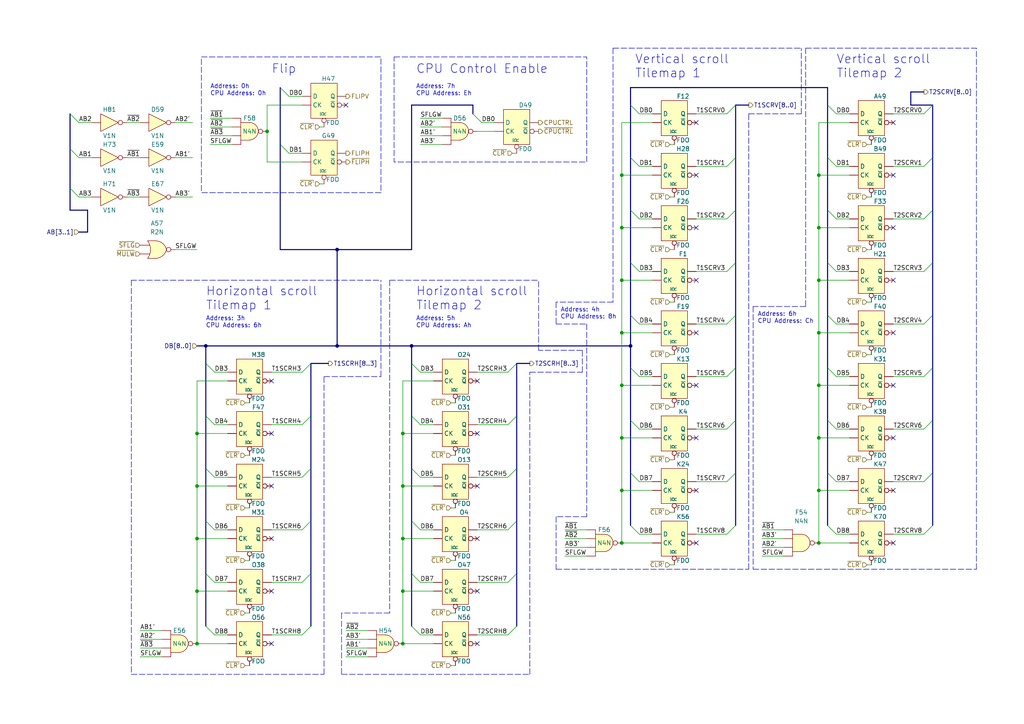
<source format=kicad_sch>
(kicad_sch (version 20231120) (generator "eeschema") (generator_version "8.0")
  (paper "A4")
  (title_block (title "Konami 007779") (date "2023-09-17"))
  (lib_symbols
    (symbol "ga_fujitsu_av:FDO"
      (property "Reference" "U" (at 2.54 6.35 0))
      (property "Value" "FDO" (at 2.54 -6.35 0))
      (symbol "FDO_1_1"
        (rectangle (start -3.81 5.08) (end 3.81 -5.08) (fill (type background)))
        (pin input line (at -6.35 -1.27 0) (length 2.54) (name "CK") (number ""))
        (pin input line (at -6.35 1.27 0) (length 2.54) (name "D") (number ""))
        (pin output line (at 6.35 1.27 180) (length 2.54) (name "Q") (number ""))
        (pin output inverted (at 6.35 -1.27 180) (length 2.54) (name "~{Q}") (number ""))
        (pin input inverted (at 0 -7.62 90) (length 2.54) (name "~{R}") (number ""))
      )
    )
    (symbol "ga_fujitsu_av:N4N"
      (property "Reference" "U" (at 1.27 3.81 0))
      (property "Value" "N4N" (at 1.27 0 0))
      (symbol "N4N_0_1"
        (polyline (pts (xy -1.27 -2.54) (xy -1.27 -3.81)))
        (polyline (pts (xy -1.27 2.54) (xy -1.27 3.81)))
      )
      (symbol "N4N_1_1"
        (polyline (pts (xy 1.27 2.54) (xy -1.27 2.54) (xy -1.27 -2.54) (xy 1.27 -2.54)) (fill (type background)))
        (arc (start 1.27 -2.54) (mid 2.9963 -1.7263) (end 3.81 0) (fill (type background)))
        (arc (start 3.81 0) (mid 3.0661 1.7961) (end 1.27 2.54) (fill (type background)))
        (pin input line (at -3.81 -3.81 0) (length 2.54) (name "") (number ""))
        (pin input line (at -3.81 -1.27 0) (length 2.54) (name "") (number ""))
        (pin input line (at -3.81 1.27 0) (length 2.54) (name "") (number ""))
        (pin input line (at -3.81 3.81 0) (length 2.54) (name "") (number ""))
        (pin output inverted (at 6.35 0 180) (length 2.54) (name "") (number ""))
      )
    )
    (symbol "ga_fujitsu_av:R2N"
      (property "Reference" "U" (at 0 3.81 0))
      (property "Value" "R2N" (at 0 0 0))
      (symbol "R2N_1_1"
        (arc (start -2.9127 -2.5398) (mid -2.0762 0.0001) (end -2.9129 2.54))
        (arc (start -0.635 -2.54) (mid 1.3992 -1.8283) (end 2.54 0) (fill (type background)))
        (polyline (pts (xy -0.635 -2.54) (xy -2.921 -2.54)) (fill (type outline)))
        (polyline (pts (xy -0.635 2.54) (xy -2.921 2.54)) (fill (type background)))
        (polyline (pts (xy -0.635 2.54) (xy -2.921 2.54) (xy -2.54 1.905) (xy -2.286 1.27) (xy -2.159 0.762) (xy -2.1082 0.4572) (xy -2.0828 0.1778) (xy -2.0828 -0.127) (xy -2.1336 -0.6604) (xy -2.2098 -1.016) (xy -2.3114 -1.3716) (xy -2.4384 -1.6764) (xy -2.6162 -2.0574) (xy -2.794 -2.3368) (xy -2.921 -2.54) (xy -0.635 -2.54)) (stroke (width -0.0001)) (fill (type background)))
        (arc (start 2.54 0) (mid 1.3994 1.8287) (end -0.635 2.54) (fill (type background)))
        (pin input line (at -5.08 -1.27 0) (length 2.794) (name "") (number ""))
        (pin input line (at -5.08 1.27 0) (length 2.794) (name "") (number ""))
        (pin output inverted (at 5.08 0 180) (length 2.54) (name "") (number ""))
      )
    )
    (symbol "ga_fujitsu_av:V1N"
      (property "Reference" "U" (at 0 2.54 0))
      (property "Value" "V1N" (at 0 -3.81 0))
      (symbol "V1N_1_1"
        (polyline (pts (xy -2.54 2.54) (xy -2.54 -2.54) (xy 2.54 0) (xy -2.54 2.54)) (fill (type background)))
        (pin input line (at -5.08 0 0) (length 2.54) (name "") (number ""))
        (pin output inverted (at 5.08 0 180) (length 2.54) (name "") (number ""))
      )
    )
  )
  (junction (at 57.15 171.45))
  (junction (at 237.49 142.24))
  (junction (at 116.84 171.45))
  (junction (at 59.69 100.33))
  (junction (at 97.79 72.39))
  (junction (at 97.79 100.33))
  (junction (at 237.49 66.04))
  (junction (at 57.15 156.21))
  (junction (at 182.88 100.33))
  (junction (at 180.34 66.04))
  (junction (at 57.15 125.73))
  (junction (at 116.84 186.69))
  (junction (at 237.49 157.48))
  (junction (at 180.34 96.52))
  (junction (at 57.15 140.97))
  (junction (at 180.34 111.76))
  (junction (at 237.49 96.52))
  (junction (at 57.15 186.69))
  (junction (at 77.47 38.1))
  (junction (at 180.34 157.48))
  (junction (at 237.49 127))
  (junction (at 180.34 81.28))
  (junction (at 119.38 100.33))
  (junction (at 116.84 156.21))
  (junction (at 237.49 111.76))
  (junction (at 180.34 127))
  (junction (at 180.34 142.24))
  (junction (at 180.34 50.8))
  (junction (at 237.49 81.28))
  (junction (at 116.84 140.97))
  (junction (at 116.84 125.73))
  (junction (at 237.49 50.8))
  (no_connect (at 138.43 186.69))
  (no_connect (at 201.93 35.56))
  (no_connect (at 78.74 110.49))
  (no_connect (at 138.43 110.49))
  (no_connect (at 259.08 111.76))
  (no_connect (at 259.08 50.8))
  (no_connect (at 138.43 140.97))
  (no_connect (at 201.93 96.52))
  (no_connect (at 259.08 127))
  (no_connect (at 78.74 156.21))
  (no_connect (at 259.08 35.56))
  (no_connect (at 201.93 111.76))
  (no_connect (at 138.43 125.73))
  (no_connect (at 259.08 66.04))
  (no_connect (at 259.08 142.24))
  (no_connect (at 201.93 81.28))
  (no_connect (at 259.08 96.52))
  (no_connect (at 259.08 157.48))
  (no_connect (at 201.93 157.48))
  (no_connect (at 138.43 171.45))
  (no_connect (at 78.74 171.45))
  (no_connect (at 78.74 140.97))
  (no_connect (at 100.33 30.48))
  (no_connect (at 201.93 142.24))
  (no_connect (at 201.93 50.8))
  (no_connect (at 201.93 66.04))
  (no_connect (at 259.08 81.28))
  (no_connect (at 78.74 186.69))
  (no_connect (at 138.43 156.21))
  (no_connect (at 78.74 125.73))
  (no_connect (at 201.93 127))
  (bus_entry (at 149.86 166.37) (size -2.54 2.54))
  (bus_entry (at 182.88 137.16) (size 2.54 2.54))
  (bus_entry (at 270.51 76.2) (size -2.54 2.54))
  (bus_entry (at 149.86 151.13) (size -2.54 2.54))
  (bus_entry (at 149.86 105.41) (size -2.54 2.54))
  (bus_entry (at 182.88 60.96) (size 2.54 2.54))
  (bus_entry (at 213.36 137.16) (size -2.54 2.54))
  (bus_entry (at 119.38 151.13) (size 2.54 2.54))
  (bus_entry (at 90.17 120.65) (size -2.54 2.54))
  (bus_entry (at 59.69 181.61) (size 2.54 2.54))
  (bus_entry (at 119.38 105.41) (size 2.54 2.54))
  (bus_entry (at 119.38 120.65) (size 2.54 2.54))
  (bus_entry (at 81.28 41.91) (size 2.54 2.54))
  (bus_entry (at 270.51 106.68) (size -2.54 2.54))
  (bus_entry (at 149.86 135.89) (size -2.54 2.54))
  (bus_entry (at 90.17 166.37) (size -2.54 2.54))
  (bus_entry (at 90.17 105.41) (size -2.54 2.54))
  (bus_entry (at 119.38 181.61) (size 2.54 2.54))
  (bus_entry (at 59.69 105.41) (size 2.54 2.54))
  (bus_entry (at 240.03 137.16) (size 2.54 2.54))
  (bus_entry (at 81.28 25.4) (size 2.54 2.54))
  (bus_entry (at 240.03 60.96) (size 2.54 2.54))
  (bus_entry (at 213.36 45.72) (size -2.54 2.54))
  (bus_entry (at 20.32 43.18) (size 2.54 2.54))
  (bus_entry (at 213.36 30.48) (size -2.54 2.54))
  (bus_entry (at 182.88 152.4) (size 2.54 2.54))
  (bus_entry (at 240.03 152.4) (size 2.54 2.54))
  (bus_entry (at 270.51 91.44) (size -2.54 2.54))
  (bus_entry (at 270.51 137.16) (size -2.54 2.54))
  (bus_entry (at 182.88 76.2) (size 2.54 2.54))
  (bus_entry (at 59.69 135.89) (size 2.54 2.54))
  (bus_entry (at 270.51 60.96) (size -2.54 2.54))
  (bus_entry (at 240.03 30.48) (size 2.54 2.54))
  (bus_entry (at 240.03 106.68) (size 2.54 2.54))
  (bus_entry (at 213.36 76.2) (size -2.54 2.54))
  (bus_entry (at 270.51 152.4) (size -2.54 2.54))
  (bus_entry (at 90.17 151.13) (size -2.54 2.54))
  (bus_entry (at 182.88 91.44) (size 2.54 2.54))
  (bus_entry (at 270.51 45.72) (size -2.54 2.54))
  (bus_entry (at 119.38 166.37) (size 2.54 2.54))
  (bus_entry (at 270.51 30.48) (size -2.54 2.54))
  (bus_entry (at 149.86 181.61) (size -2.54 2.54))
  (bus_entry (at 213.36 60.96) (size -2.54 2.54))
  (bus_entry (at 240.03 76.2) (size 2.54 2.54))
  (bus_entry (at 182.88 121.92) (size 2.54 2.54))
  (bus_entry (at 240.03 91.44) (size 2.54 2.54))
  (bus_entry (at 270.51 121.92) (size -2.54 2.54))
  (bus_entry (at 213.36 106.68) (size -2.54 2.54))
  (bus_entry (at 59.69 120.65) (size 2.54 2.54))
  (bus_entry (at 59.69 166.37) (size 2.54 2.54))
  (bus_entry (at 213.36 91.44) (size -2.54 2.54))
  (bus_entry (at 182.88 106.68) (size 2.54 2.54))
  (bus_entry (at 240.03 45.72) (size 2.54 2.54))
  (bus_entry (at 20.32 33.02) (size 2.54 2.54))
  (bus_entry (at 90.17 181.61) (size -2.54 2.54))
  (bus_entry (at 119.38 135.89) (size 2.54 2.54))
  (bus_entry (at 182.88 45.72) (size 2.54 2.54))
  (bus_entry (at 182.88 30.48) (size 2.54 2.54))
  (bus_entry (at 137.16 33.02) (size 2.54 2.54))
  (bus_entry (at 20.32 54.61) (size 2.54 2.54))
  (bus_entry (at 240.03 121.92) (size 2.54 2.54))
  (bus_entry (at 149.86 120.65) (size -2.54 2.54))
  (bus_entry (at 213.36 152.4) (size -2.54 2.54))
  (bus_entry (at 213.36 121.92) (size -2.54 2.54))
  (bus_entry (at 90.17 135.89) (size -2.54 2.54))
  (bus_entry (at 59.69 151.13) (size 2.54 2.54))
  (wire (pts (xy 259.08 48.26) (xy 267.97 48.26)))
  (wire (pts (xy 185.42 63.5) (xy 189.23 63.5)))
  (wire (pts (xy 259.08 154.94) (xy 267.97 154.94)))
  (wire (pts (xy 194.31 57.15) (xy 195.58 57.15)))
  (wire (pts (xy 50.8 45.72) (xy 55.88 45.72)))
  (wire (pts (xy 139.7 35.56) (xy 143.51 35.56)))
  (wire (pts (xy 121.92 39.37) (xy 128.27 39.37)))
  (wire (pts (xy 201.93 93.98) (xy 210.82 93.98)))
  (wire (pts (xy 50.8 57.15) (xy 55.88 57.15)))
  (wire (pts (xy 242.57 124.46) (xy 246.38 124.46)))
  (wire (pts (xy 237.49 142.24) (xy 237.49 157.48)))
  (bus (pts (xy 119.38 135.89) (xy 119.38 151.13)))
  (bus (pts (xy 149.86 105.41) (xy 153.67 105.41)))
  (bus (pts (xy 182.88 121.92) (xy 182.88 137.16)))
  (bus (pts (xy 182.88 137.16) (xy 182.88 152.4)))
  (wire (pts (xy 180.34 66.04) (xy 189.23 66.04)))
  (wire (pts (xy 116.84 125.73) (xy 116.84 140.97)))
  (wire (pts (xy 251.46 118.11) (xy 252.73 118.11)))
  (wire (pts (xy 251.46 163.83) (xy 252.73 163.83)))
  (bus (pts (xy 119.38 30.48) (xy 119.38 72.39)))
  (wire (pts (xy 185.42 124.46) (xy 189.23 124.46)))
  (wire (pts (xy 60.96 34.29) (xy 67.31 34.29)))
  (polyline (pts (xy 99.06 177.8) (xy 99.06 195.58)) (stroke (width 0) (type dash)))
  (polyline (pts (xy 38.1 195.58) (xy 93.98 195.58)) (stroke (width 0) (type dash)))
  (bus (pts (xy 119.38 105.41) (xy 119.38 120.65)))
  (wire (pts (xy 194.31 41.91) (xy 195.58 41.91)))
  (bus (pts (xy 25.4 67.31) (xy 25.4 60.96)))
  (wire (pts (xy 50.8 35.56) (xy 55.88 35.56)))
  (wire (pts (xy 40.64 187.96) (xy 46.99 187.96)))
  (wire (pts (xy 57.15 125.73) (xy 66.04 125.73)))
  (wire (pts (xy 194.31 87.63) (xy 195.58 87.63)))
  (bus (pts (xy 81.28 72.39) (xy 97.79 72.39)))
  (polyline (pts (xy 93.98 195.58) (xy 93.98 109.22)) (stroke (width 0) (type dash)))
  (wire (pts (xy 121.92 41.91) (xy 128.27 41.91)))
  (bus (pts (xy 20.32 54.61) (xy 20.32 60.96)))
  (wire (pts (xy 237.49 127) (xy 237.49 142.24)))
  (bus (pts (xy 137.16 30.48) (xy 119.38 30.48)))
  (wire (pts (xy 180.34 96.52) (xy 189.23 96.52)))
  (wire (pts (xy 237.49 81.28) (xy 237.49 96.52)))
  (wire (pts (xy 237.49 50.8) (xy 246.38 50.8)))
  (wire (pts (xy 180.34 81.28) (xy 180.34 96.52)))
  (wire (pts (xy 60.96 36.83) (xy 67.31 36.83)))
  (bus (pts (xy 20.32 43.18) (xy 20.32 54.61)))
  (polyline (pts (xy 233.68 13.97) (xy 233.68 88.9)) (stroke (width 0) (type dash)))
  (bus (pts (xy 240.03 137.16) (xy 240.03 152.4)))
  (wire (pts (xy 130.81 162.56) (xy 132.08 162.56)))
  (wire (pts (xy 130.81 193.04) (xy 132.08 193.04)))
  (wire (pts (xy 194.31 133.35) (xy 195.58 133.35)))
  (wire (pts (xy 163.83 161.29) (xy 170.18 161.29)))
  (bus (pts (xy 270.51 137.16) (xy 270.51 152.4)))
  (polyline (pts (xy 283.21 165.1) (xy 283.21 13.97)) (stroke (width 0) (type dash)))
  (wire (pts (xy 259.08 78.74) (xy 267.97 78.74)))
  (wire (pts (xy 125.73 110.49) (xy 116.84 110.49)))
  (bus (pts (xy 240.03 60.96) (xy 240.03 76.2)))
  (bus (pts (xy 270.51 91.44) (xy 270.51 106.68)))
  (wire (pts (xy 180.34 66.04) (xy 180.34 81.28)))
  (bus (pts (xy 182.88 91.44) (xy 182.88 100.33)))
  (wire (pts (xy 237.49 157.48) (xy 246.38 157.48)))
  (wire (pts (xy 121.92 34.29) (xy 128.27 34.29)))
  (bus (pts (xy 270.51 30.48) (xy 270.51 45.72)))
  (bus (pts (xy 90.17 105.41) (xy 95.25 105.41)))
  (bus (pts (xy 119.38 100.33) (xy 182.88 100.33)))
  (bus (pts (xy 213.36 121.92) (xy 213.36 137.16)))
  (polyline (pts (xy 233.68 13.97) (xy 283.21 13.97)) (stroke (width 0) (type dash)))
  (wire (pts (xy 138.43 184.15) (xy 147.32 184.15)))
  (wire (pts (xy 83.82 44.45) (xy 87.63 44.45)))
  (wire (pts (xy 138.43 38.1) (xy 143.51 38.1)))
  (wire (pts (xy 71.12 147.32) (xy 72.39 147.32)))
  (wire (pts (xy 180.34 35.56) (xy 189.23 35.56)))
  (wire (pts (xy 237.49 35.56) (xy 246.38 35.56)))
  (wire (pts (xy 185.42 109.22) (xy 189.23 109.22)))
  (wire (pts (xy 180.34 127) (xy 189.23 127)))
  (wire (pts (xy 163.83 156.21) (xy 170.18 156.21)))
  (wire (pts (xy 57.15 125.73) (xy 57.15 140.97)))
  (wire (pts (xy 237.49 35.56) (xy 237.49 50.8)))
  (wire (pts (xy 259.08 33.02) (xy 267.97 33.02)))
  (polyline (pts (xy 113.03 81.28) (xy 113.03 177.8)) (stroke (width 0) (type dash)))
  (bus (pts (xy 213.36 60.96) (xy 213.36 76.2)))
  (wire (pts (xy 116.84 125.73) (xy 125.73 125.73)))
  (wire (pts (xy 62.23 138.43) (xy 66.04 138.43)))
  (polyline (pts (xy 218.44 88.9) (xy 218.44 165.1)) (stroke (width 0) (type dash)))
  (wire (pts (xy 121.92 138.43) (xy 125.73 138.43)))
  (wire (pts (xy 100.33 185.42) (xy 106.68 185.42)))
  (wire (pts (xy 242.57 139.7) (xy 246.38 139.7)))
  (polyline (pts (xy 64.77 81.28) (xy 110.49 81.28)) (stroke (width 0) (type dash)))
  (wire (pts (xy 116.84 140.97) (xy 116.84 156.21)))
  (polyline (pts (xy 170.18 93.98) (xy 170.18 149.86)) (stroke (width 0) (type dash)))
  (wire (pts (xy 57.15 186.69) (xy 66.04 186.69)))
  (wire (pts (xy 237.49 66.04) (xy 246.38 66.04)))
  (wire (pts (xy 116.84 140.97) (xy 125.73 140.97)))
  (wire (pts (xy 57.15 156.21) (xy 57.15 171.45)))
  (wire (pts (xy 251.46 57.15) (xy 252.73 57.15)))
  (wire (pts (xy 251.46 102.87) (xy 252.73 102.87)))
  (wire (pts (xy 100.33 190.5) (xy 106.68 190.5)))
  (wire (pts (xy 237.49 50.8) (xy 237.49 66.04)))
  (wire (pts (xy 148.59 44.45) (xy 149.86 44.45)))
  (wire (pts (xy 180.34 142.24) (xy 180.34 157.48)))
  (wire (pts (xy 100.33 187.96) (xy 106.68 187.96)))
  (bus (pts (xy 57.15 100.33) (xy 59.69 100.33)))
  (wire (pts (xy 40.64 190.5) (xy 46.99 190.5)))
  (wire (pts (xy 201.93 33.02) (xy 210.82 33.02)))
  (bus (pts (xy 90.17 120.65) (xy 90.17 135.89)))
  (wire (pts (xy 60.96 39.37) (xy 67.31 39.37)))
  (wire (pts (xy 36.83 35.56) (xy 40.64 35.56)))
  (wire (pts (xy 138.43 168.91) (xy 147.32 168.91)))
  (bus (pts (xy 59.69 151.13) (xy 59.69 166.37)))
  (bus (pts (xy 213.36 30.48) (xy 217.17 30.48)))
  (wire (pts (xy 130.81 177.8) (xy 132.08 177.8)))
  (wire (pts (xy 194.31 118.11) (xy 195.58 118.11)))
  (wire (pts (xy 78.74 168.91) (xy 87.63 168.91)))
  (wire (pts (xy 116.84 156.21) (xy 116.84 171.45)))
  (wire (pts (xy 201.93 78.74) (xy 210.82 78.74)))
  (wire (pts (xy 220.98 161.29) (xy 227.33 161.29)))
  (bus (pts (xy 59.69 100.33) (xy 59.69 105.41)))
  (bus (pts (xy 119.38 72.39) (xy 97.79 72.39)))
  (bus (pts (xy 270.51 60.96) (xy 270.51 76.2)))
  (bus (pts (xy 149.86 135.89) (xy 149.86 151.13)))
  (bus (pts (xy 20.32 33.02) (xy 20.32 43.18)))
  (wire (pts (xy 77.47 30.48) (xy 77.47 38.1)))
  (bus (pts (xy 59.69 120.65) (xy 59.69 135.89)))
  (wire (pts (xy 50.8 72.39) (xy 57.15 72.39)))
  (polyline (pts (xy 218.44 165.1) (xy 283.21 165.1)) (stroke (width 0) (type dash)))
  (bus (pts (xy 213.36 76.2) (xy 213.36 91.44)))
  (wire (pts (xy 201.93 109.22) (xy 210.82 109.22)))
  (polyline (pts (xy 156.21 101.6) (xy 156.21 81.28)) (stroke (width 0) (type dash)))
  (wire (pts (xy 62.23 107.95) (xy 66.04 107.95)))
  (wire (pts (xy 71.12 116.84) (xy 72.39 116.84)))
  (bus (pts (xy 270.51 76.2) (xy 270.51 91.44)))
  (wire (pts (xy 116.84 156.21) (xy 125.73 156.21)))
  (wire (pts (xy 116.84 171.45) (xy 125.73 171.45)))
  (wire (pts (xy 121.92 36.83) (xy 128.27 36.83)))
  (wire (pts (xy 237.49 127) (xy 246.38 127)))
  (polyline (pts (xy 110.49 109.22) (xy 110.49 81.28)) (stroke (width 0) (type dash)))
  (wire (pts (xy 180.34 111.76) (xy 189.23 111.76)))
  (polyline (pts (xy 38.1 81.28) (xy 38.1 195.58)) (stroke (width 0) (type dash)))
  (polyline (pts (xy 113.03 177.8) (xy 99.06 177.8)) (stroke (width 0) (type dash)))
  (bus (pts (xy 90.17 151.13) (xy 90.17 166.37)))
  (wire (pts (xy 138.43 138.43) (xy 147.32 138.43)))
  (wire (pts (xy 180.34 81.28) (xy 189.23 81.28)))
  (wire (pts (xy 185.42 33.02) (xy 189.23 33.02)))
  (polyline (pts (xy 113.03 81.28) (xy 156.21 81.28)) (stroke (width 0) (type dash)))
  (bus (pts (xy 182.88 60.96) (xy 182.88 76.2)))
  (wire (pts (xy 242.57 154.94) (xy 246.38 154.94)))
  (wire (pts (xy 237.49 96.52) (xy 246.38 96.52)))
  (wire (pts (xy 60.96 41.91) (xy 67.31 41.91)))
  (polyline (pts (xy 177.8 13.97) (xy 232.41 13.97)) (stroke (width 0) (type dash)))
  (bus (pts (xy 182.88 100.33) (xy 182.88 106.68)))
  (wire (pts (xy 185.42 78.74) (xy 189.23 78.74)))
  (bus (pts (xy 270.51 45.72) (xy 270.51 60.96)))
  (bus (pts (xy 182.88 30.48) (xy 182.88 45.72)))
  (wire (pts (xy 71.12 132.08) (xy 72.39 132.08)))
  (wire (pts (xy 220.98 156.21) (xy 227.33 156.21)))
  (wire (pts (xy 92.71 36.83) (xy 93.98 36.83)))
  (wire (pts (xy 201.93 139.7) (xy 210.82 139.7)))
  (bus (pts (xy 182.88 45.72) (xy 182.88 60.96)))
  (wire (pts (xy 237.49 111.76) (xy 246.38 111.76)))
  (bus (pts (xy 119.38 151.13) (xy 119.38 166.37)))
  (bus (pts (xy 90.17 135.89) (xy 90.17 151.13)))
  (wire (pts (xy 220.98 153.67) (xy 227.33 153.67)))
  (wire (pts (xy 242.57 78.74) (xy 246.38 78.74)))
  (wire (pts (xy 78.74 138.43) (xy 87.63 138.43)))
  (wire (pts (xy 83.82 27.94) (xy 87.63 27.94)))
  (polyline (pts (xy 217.17 165.1) (xy 217.17 33.02)) (stroke (width 0) (type dash)))
  (wire (pts (xy 242.57 48.26) (xy 246.38 48.26)))
  (wire (pts (xy 237.49 81.28) (xy 246.38 81.28)))
  (bus (pts (xy 213.36 45.72) (xy 213.36 60.96)))
  (wire (pts (xy 116.84 110.49) (xy 116.84 125.73)))
  (bus (pts (xy 182.88 76.2) (xy 182.88 91.44)))
  (bus (pts (xy 25.4 60.96) (xy 20.32 60.96)))
  (wire (pts (xy 201.93 154.94) (xy 210.82 154.94)))
  (bus (pts (xy 149.86 120.65) (xy 149.86 135.89)))
  (wire (pts (xy 259.08 109.22) (xy 267.97 109.22)))
  (wire (pts (xy 180.34 50.8) (xy 189.23 50.8)))
  (wire (pts (xy 71.12 177.8) (xy 72.39 177.8)))
  (bus (pts (xy 81.28 41.91) (xy 81.28 72.39)))
  (wire (pts (xy 121.92 184.15) (xy 125.73 184.15)))
  (wire (pts (xy 180.34 142.24) (xy 189.23 142.24)))
  (wire (pts (xy 194.31 163.83) (xy 195.58 163.83)))
  (bus (pts (xy 270.51 121.92) (xy 270.51 137.16)))
  (bus (pts (xy 240.03 106.68) (xy 240.03 121.92)))
  (wire (pts (xy 36.83 57.15) (xy 40.64 57.15)))
  (wire (pts (xy 138.43 123.19) (xy 147.32 123.19)))
  (polyline (pts (xy 99.06 195.58) (xy 153.67 195.58)) (stroke (width 0) (type dash)))
  (wire (pts (xy 36.83 45.72) (xy 40.64 45.72)))
  (wire (pts (xy 62.23 184.15) (xy 66.04 184.15)))
  (bus (pts (xy 264.16 30.48) (xy 270.51 30.48)))
  (polyline (pts (xy 217.17 33.02) (xy 232.41 33.02)) (stroke (width 0) (type dash)))
  (bus (pts (xy 240.03 45.72) (xy 240.03 60.96)))
  (bus (pts (xy 90.17 166.37) (xy 90.17 181.61)))
  (wire (pts (xy 57.15 140.97) (xy 57.15 156.21)))
  (wire (pts (xy 185.42 93.98) (xy 189.23 93.98)))
  (wire (pts (xy 180.34 157.48) (xy 189.23 157.48)))
  (wire (pts (xy 180.34 50.8) (xy 180.34 66.04)))
  (bus (pts (xy 240.03 30.48) (xy 240.03 25.4)))
  (wire (pts (xy 194.31 72.39) (xy 195.58 72.39)))
  (wire (pts (xy 201.93 124.46) (xy 210.82 124.46)))
  (wire (pts (xy 194.31 148.59) (xy 195.58 148.59)))
  (wire (pts (xy 163.83 158.75) (xy 170.18 158.75)))
  (wire (pts (xy 259.08 63.5) (xy 267.97 63.5)))
  (bus (pts (xy 119.38 120.65) (xy 119.38 135.89)))
  (polyline (pts (xy 232.41 33.02) (xy 232.41 13.97)) (stroke (width 0) (type dash)))
  (wire (pts (xy 194.31 102.87) (xy 195.58 102.87)))
  (polyline (pts (xy 233.68 88.9) (xy 218.44 88.9)) (stroke (width 0) (type dash)))
  (bus (pts (xy 270.51 106.68) (xy 270.51 121.92)))
  (polyline (pts (xy 161.29 165.1) (xy 217.17 165.1)) (stroke (width 0) (type dash)))
  (wire (pts (xy 77.47 30.48) (xy 87.63 30.48)))
  (wire (pts (xy 242.57 63.5) (xy 246.38 63.5)))
  (wire (pts (xy 130.81 132.08) (xy 132.08 132.08)))
  (wire (pts (xy 22.86 57.15) (xy 26.67 57.15)))
  (wire (pts (xy 22.86 45.72) (xy 26.67 45.72)))
  (bus (pts (xy 59.69 166.37) (xy 59.69 181.61)))
  (wire (pts (xy 116.84 171.45) (xy 116.84 186.69)))
  (wire (pts (xy 185.42 154.94) (xy 189.23 154.94)))
  (wire (pts (xy 116.84 186.69) (xy 125.73 186.69)))
  (wire (pts (xy 163.83 153.67) (xy 170.18 153.67)))
  (polyline (pts (xy 161.29 87.63) (xy 161.29 93.98)) (stroke (width 0) (type dash)))
  (polyline (pts (xy 64.77 81.28) (xy 38.1 81.28)) (stroke (width 0) (type dash)))
  (wire (pts (xy 57.15 156.21) (xy 66.04 156.21)))
  (wire (pts (xy 92.71 53.34) (xy 93.98 53.34)))
  (bus (pts (xy 97.79 72.39) (xy 97.79 100.33)))
  (polyline (pts (xy 170.18 149.86) (xy 161.29 149.86)) (stroke (width 0) (type dash)))
  (wire (pts (xy 251.46 87.63) (xy 252.73 87.63)))
  (wire (pts (xy 251.46 148.59) (xy 252.73 148.59)))
  (wire (pts (xy 251.46 72.39) (xy 252.73 72.39)))
  (wire (pts (xy 121.92 153.67) (xy 125.73 153.67)))
  (polyline (pts (xy 153.67 107.95) (xy 168.91 107.95)) (stroke (width 0) (type dash)))
  (wire (pts (xy 180.34 35.56) (xy 180.34 50.8)))
  (wire (pts (xy 78.74 184.15) (xy 87.63 184.15)))
  (wire (pts (xy 77.47 46.99) (xy 77.47 38.1)))
  (wire (pts (xy 237.49 66.04) (xy 237.49 81.28)))
  (bus (pts (xy 182.88 25.4) (xy 182.88 30.48)))
  (bus (pts (xy 149.86 151.13) (xy 149.86 166.37)))
  (bus (pts (xy 213.36 137.16) (xy 213.36 152.4)))
  (wire (pts (xy 78.74 153.67) (xy 87.63 153.67)))
  (polyline (pts (xy 161.29 149.86) (xy 161.29 165.1)) (stroke (width 0) (type dash)))
  (wire (pts (xy 40.64 185.42) (xy 46.99 185.42)))
  (bus (pts (xy 97.79 100.33) (xy 119.38 100.33)))
  (polyline (pts (xy 177.8 87.63) (xy 161.29 87.63)) (stroke (width 0) (type dash)))
  (wire (pts (xy 100.33 182.88) (xy 106.68 182.88)))
  (polyline (pts (xy 168.91 107.95) (xy 168.91 101.6)) (stroke (width 0) (type dash)))
  (bus (pts (xy 90.17 105.41) (xy 90.17 120.65)))
  (wire (pts (xy 138.43 107.95) (xy 147.32 107.95)))
  (bus (pts (xy 149.86 166.37) (xy 149.86 181.61)))
  (bus (pts (xy 240.03 76.2) (xy 240.03 91.44)))
  (bus (pts (xy 119.38 166.37) (xy 119.38 181.61)))
  (wire (pts (xy 237.49 142.24) (xy 246.38 142.24)))
  (wire (pts (xy 180.34 127) (xy 180.34 142.24)))
  (wire (pts (xy 130.81 116.84) (xy 132.08 116.84)))
  (polyline (pts (xy 161.29 93.98) (xy 170.18 93.98)) (stroke (width 0) (type dash)))
  (wire (pts (xy 259.08 93.98) (xy 267.97 93.98)))
  (bus (pts (xy 267.97 26.67) (xy 264.16 26.67)))
  (wire (pts (xy 57.15 171.45) (xy 57.15 186.69)))
  (wire (pts (xy 180.34 111.76) (xy 180.34 127)))
  (bus (pts (xy 137.16 33.02) (xy 137.16 30.48)))
  (wire (pts (xy 242.57 93.98) (xy 246.38 93.98)))
  (bus (pts (xy 240.03 30.48) (xy 240.03 45.72)))
  (wire (pts (xy 180.34 96.52) (xy 180.34 111.76)))
  (wire (pts (xy 121.92 168.91) (xy 125.73 168.91)))
  (wire (pts (xy 78.74 107.95) (xy 87.63 107.95)))
  (wire (pts (xy 121.92 123.19) (xy 125.73 123.19)))
  (bus (pts (xy 59.69 100.33) (xy 97.79 100.33)))
  (wire (pts (xy 71.12 162.56) (xy 72.39 162.56)))
  (bus (pts (xy 240.03 91.44) (xy 240.03 106.68)))
  (bus (pts (xy 182.88 106.68) (xy 182.88 121.92)))
  (polyline (pts (xy 93.98 109.22) (xy 110.49 109.22)) (stroke (width 0) (type dash)))
  (wire (pts (xy 66.04 110.49) (xy 57.15 110.49)))
  (wire (pts (xy 62.23 168.91) (xy 66.04 168.91)))
  (wire (pts (xy 22.86 35.56) (xy 26.67 35.56)))
  (wire (pts (xy 237.49 96.52) (xy 237.49 111.76)))
  (wire (pts (xy 242.57 109.22) (xy 246.38 109.22)))
  (wire (pts (xy 185.42 48.26) (xy 189.23 48.26)))
  (wire (pts (xy 40.64 182.88) (xy 46.99 182.88)))
  (wire (pts (xy 237.49 111.76) (xy 237.49 127)))
  (wire (pts (xy 259.08 124.46) (xy 267.97 124.46)))
  (wire (pts (xy 77.47 46.99) (xy 87.63 46.99)))
  (wire (pts (xy 78.74 123.19) (xy 87.63 123.19)))
  (bus (pts (xy 213.36 30.48) (xy 213.36 45.72)))
  (wire (pts (xy 251.46 133.35) (xy 252.73 133.35)))
  (wire (pts (xy 62.23 153.67) (xy 66.04 153.67)))
  (bus (pts (xy 240.03 25.4) (xy 182.88 25.4)))
  (bus (pts (xy 149.86 105.41) (xy 149.86 120.65)))
  (wire (pts (xy 138.43 153.67) (xy 147.32 153.67)))
  (bus (pts (xy 22.86 67.31) (xy 25.4 67.31)))
  (bus (pts (xy 264.16 26.67) (xy 264.16 30.48)))
  (wire (pts (xy 201.93 48.26) (xy 210.82 48.26)))
  (polyline (pts (xy 168.91 101.6) (xy 156.21 101.6)) (stroke (width 0) (type dash)))
  (wire (pts (xy 57.15 110.49) (xy 57.15 125.73)))
  (wire (pts (xy 201.93 63.5) (xy 210.82 63.5)))
  (bus (pts (xy 213.36 91.44) (xy 213.36 106.68)))
  (wire (pts (xy 71.12 193.04) (xy 72.39 193.04)))
  (wire (pts (xy 220.98 158.75) (xy 227.33 158.75)))
  (wire (pts (xy 62.23 123.19) (xy 66.04 123.19)))
  (bus (pts (xy 119.38 100.33) (xy 119.38 105.41)))
  (wire (pts (xy 259.08 139.7) (xy 267.97 139.7)))
  (bus (pts (xy 213.36 106.68) (xy 213.36 121.92)))
  (wire (pts (xy 121.92 107.95) (xy 125.73 107.95)))
  (polyline (pts (xy 177.8 13.97) (xy 177.8 87.63)) (stroke (width 0) (type dash)))
  (polyline (pts (xy 153.67 195.58) (xy 153.67 107.95)) (stroke (width 0) (type dash)))
  (bus (pts (xy 59.69 105.41) (xy 59.69 120.65)))
  (wire (pts (xy 57.15 140.97) (xy 66.04 140.97)))
  (bus (pts (xy 240.03 121.92) (xy 240.03 137.16)))
  (bus (pts (xy 59.69 135.89) (xy 59.69 151.13)))
  (wire (pts (xy 130.81 147.32) (xy 132.08 147.32)))
  (wire (pts (xy 57.15 171.45) (xy 66.04 171.45)))
  (wire (pts (xy 242.57 33.02) (xy 246.38 33.02)))
  (bus (pts (xy 81.28 25.4) (xy 81.28 41.91)))
  (wire (pts (xy 185.42 139.7) (xy 189.23 139.7)))
  (wire (pts (xy 251.46 41.91) (xy 252.73 41.91)))
  (rectangle (start 58.42 16.51) (end 110.49 55.88) (stroke (width 0) (type dash)))
  (rectangle (start 114.3 16.51) (end 170.18 46.99) (stroke (width 0) (type dash)))
  (text "Address: 7h\nCPU Address: Eh" (at 120.65 27.94 0) (effects (font (size 1.27 1.27)) (justify left bottom)))
  (text "Address: 3h\nCPU Address: 6h" (at 59.69 95.25 0) (effects (font (size 1.27 1.27)) (justify left bottom)))
  (text "Address: 0h\nCPU Address: 0h" (at 60.96 27.94 0) (effects (font (size 1.27 1.27)) (justify left bottom)))
  (text "CPU Control Enable" (at 120.65 21.59 0) (effects (font (size 2.54 2.54)) (justify left bottom)))
  (text "Vertical scroll\nTilemap 1" (at 184.15 22.86 0) (effects (font (size 2.54 2.54)) (justify left bottom)))
  (text "Address: 4h\nCPU Address: 8h" (at 162.56 92.71 0) (effects (font (size 1.27 1.27)) (justify left bottom)))
  (text "Vertical scroll\nTilemap 2" (at 242.57 22.86 0) (effects (font (size 2.54 2.54)) (justify left bottom)))
  (text "Address: 5h\nCPU Address: Ah" (at 120.65 95.25 0) (effects (font (size 1.27 1.27)) (justify left bottom)))
  (text "Flip" (at 78.74 21.59 0) (effects (font (size 2.54 2.54)) (justify left bottom)))
  (text "Horizontal scroll\nTilemap 1" (at 59.69 90.17 0) (effects (font (size 2.54 2.54)) (justify left bottom)))
  (text "Horizontal scroll\nTilemap 2" (at 120.65 90.17 0) (effects (font (size 2.54 2.54)) (justify left bottom)))
  (text "Address: 6h\nCPU Address: Ch" (at 219.71 93.98 0) (effects (font (size 1.27 1.27)) (justify left bottom)))
  (label "T1SCRV7" (at 201.93 139.7 0))
  (label "DB1" (at 242.57 48.26 0))
  (label "T1SCRV6" (at 201.93 124.46 0))
  (label "~{AB1}" (at 36.83 45.72 0))
  (label "DB7" (at 62.23 168.91 0))
  (label "DB3" (at 62.23 107.95 0))
  (label "~{AB1}" (at 60.96 34.29 0))
  (label "~{AB1}" (at 163.83 153.67 0))
  (label "AB3'" (at 100.33 185.42 0))
  (label "AB2'" (at 220.98 158.75 0))
  (label "T2SCRV5" (at 259.08 109.22 0))
  (label "~{AB2}" (at 36.83 35.56 0))
  (label "DB4" (at 121.92 123.19 0))
  (label "AB3'" (at 50.8 57.15 0))
  (label "T1SCRH8" (at 78.74 184.15 0))
  (label "T2SCRH7" (at 138.43 168.91 0))
  (label "T2SCRV3" (at 259.08 78.74 0))
  (label "T2SCRV7" (at 259.08 139.7 0))
  (label "~{AB2}" (at 60.96 36.83 0))
  (label "DB1" (at 83.82 44.45 0))
  (label "~{AB2}" (at 163.83 156.21 0))
  (label "T2SCRH8" (at 138.43 184.15 0))
  (label "T1SCRH5" (at 78.74 138.43 0))
  (label "DB8" (at 242.57 154.94 0))
  (label "AB3" (at 22.86 57.15 0))
  (label "SFLGW" (at 40.64 190.5 0))
  (label "T1SCRV4" (at 201.93 93.98 0))
  (label "~{AB2}" (at 100.33 182.88 0))
  (label "T2SCRH6" (at 138.43 153.67 0))
  (label "SFLGW" (at 100.33 190.5 0))
  (label "DB0" (at 83.82 27.94 0))
  (label "SFLGW" (at 121.92 34.29 0))
  (label "T1SCRV2" (at 201.93 63.5 0))
  (label "AB1" (at 22.86 45.72 0))
  (label "T1SCRH7" (at 78.74 168.91 0))
  (label "T2SCRV4" (at 259.08 93.98 0))
  (label "T2SCRV0" (at 259.08 33.02 0))
  (label "SFLGW" (at 60.96 41.91 0))
  (label "DB4" (at 62.23 123.19 0))
  (label "T2SCRV6" (at 259.08 124.46 0))
  (label "~{AB3}" (at 36.83 57.15 0))
  (label "DB8" (at 121.92 184.15 0))
  (label "DB0" (at 185.42 33.02 0))
  (label "DB3" (at 185.42 78.74 0))
  (label "DB7" (at 121.92 168.91 0))
  (label "DB4" (at 242.57 93.98 0))
  (label "AB2'" (at 40.64 185.42 0))
  (label "T1SCRH3" (at 78.74 107.95 0))
  (label "T1SCRV5" (at 201.93 109.22 0))
  (label "AB3'" (at 121.92 41.91 0))
  (label "DB2" (at 185.42 63.5 0))
  (label "DB8" (at 62.23 184.15 0))
  (label "DB5" (at 185.42 109.22 0))
  (label "SFLGW" (at 50.8 72.39 0))
  (label "SFLGW" (at 220.98 161.29 0))
  (label "DB7" (at 242.57 139.7 0))
  (label "AB2" (at 22.86 35.56 0))
  (label "T1SCRH6" (at 78.74 153.67 0))
  (label "DB8" (at 185.42 154.94 0))
  (label "T1SCRV1" (at 201.93 48.26 0))
  (label "T2SCRV8" (at 259.08 154.94 0))
  (label "DB6" (at 121.92 153.67 0))
  (label "T2SCRV1" (at 259.08 48.26 0))
  (label "DB7" (at 185.42 139.7 0))
  (label "DB6" (at 242.57 124.46 0))
  (label "SFLGW" (at 163.83 161.29 0))
  (label "T1SCRV3" (at 201.93 78.74 0))
  (label "~{AB3}" (at 60.96 39.37 0))
  (label "AB3'" (at 163.83 158.75 0))
  (label "AB1'" (at 121.92 39.37 0))
  (label "AB2'" (at 121.92 36.83 0))
  (label "DB1" (at 185.42 48.26 0))
  (label "DB3" (at 242.57 78.74 0))
  (label "T1SCRV0" (at 201.93 33.02 0))
  (label "~{AB1}" (at 220.98 153.67 0))
  (label "DB2" (at 242.57 63.5 0))
  (label "T1SCRH4" (at 78.74 123.19 0))
  (label "DB5" (at 242.57 109.22 0))
  (label "DB3" (at 121.92 107.95 0))
  (label "~{AB3}" (at 40.64 187.96 0))
  (label "T2SCRH5" (at 138.43 138.43 0))
  (label "T2SCRV2" (at 259.08 63.5 0))
  (label "T2SCRH4" (at 138.43 123.19 0))
  (label "DB0" (at 139.7 35.56 0))
  (label "AB3'" (at 220.98 156.21 0))
  (label "AB1'" (at 100.33 187.96 0))
  (label "DB0" (at 242.57 33.02 0))
  (label "DB4" (at 185.42 93.98 0))
  (label "DB5" (at 121.92 138.43 0))
  (label "AB1'" (at 40.64 182.88 0))
  (label "AB2'" (at 50.8 35.56 0))
  (label "T2SCRH3" (at 138.43 107.95 0))
  (label "T1SCRV8" (at 201.93 154.94 0))
  (label "AB1'" (at 50.8 45.72 0))
  (label "DB6" (at 62.23 153.67 0))
  (label "DB6" (at 185.42 124.46 0))
  (label "DB5" (at 62.23 138.43 0))
  (hierarchical_label "~{CLR'}" (shape input) (at 194.31 163.83 180))
  (hierarchical_label "CPUCTRL" (shape output) (at 156.21 35.56 0))
  (hierarchical_label "~{CLR'}" (shape input) (at 251.46 41.91 180))
  (hierarchical_label "FLIPV" (shape output) (at 100.33 27.94 0))
  (hierarchical_label "~{CLR'}" (shape input) (at 251.46 148.59 180))
  (hierarchical_label "FLIPH" (shape output) (at 100.33 44.45 0))
  (hierarchical_label "~{CLR'}" (shape input) (at 148.59 44.45 180))
  (hierarchical_label "~{CLR'}" (shape input) (at 194.31 102.87 180))
  (hierarchical_label "~{CLR'}" (shape input) (at 92.71 36.83 180))
  (hierarchical_label "~{CLR'}" (shape input) (at 251.46 133.35 180))
  (hierarchical_label "~{CLR'}" (shape input) (at 130.81 132.08 180))
  (hierarchical_label "~{CLR'}" (shape input) (at 71.12 177.8 180))
  (hierarchical_label "~{CLR'}" (shape input) (at 194.31 87.63 180))
  (hierarchical_label "~{CLR'}" (shape input) (at 130.81 162.56 180))
  (hierarchical_label "~{CLR'}" (shape input) (at 251.46 57.15 180))
  (hierarchical_label "~{CLR'}" (shape input) (at 130.81 147.32 180))
  (hierarchical_label "~{CLR'}" (shape input) (at 194.31 118.11 180))
  (hierarchical_label "~{CLR'}" (shape input) (at 251.46 87.63 180))
  (hierarchical_label "DB[8..0]" (shape input) (at 57.15 100.33 180))
  (hierarchical_label "~{CLR'}" (shape input) (at 194.31 72.39 180))
  (hierarchical_label "~{CLR'}" (shape input) (at 194.31 57.15 180))
  (hierarchical_label "~{CLR'}" (shape input) (at 71.12 116.84 180))
  (hierarchical_label "~{MULW}" (shape input) (at 40.64 73.66 180))
  (hierarchical_label "~{CLR'}" (shape input) (at 71.12 193.04 180))
  (hierarchical_label "~{CPUCTRL}" (shape output) (at 156.21 38.1 0))
  (hierarchical_label "T2SCRH[8..3]" (shape output) (at 153.67 105.41 0))
  (hierarchical_label "T1SCRH[8..3]" (shape output) (at 95.25 105.41 0))
  (hierarchical_label "~{FLIPH}" (shape output) (at 100.33 46.99 0))
  (hierarchical_label "~{CLR'}" (shape input) (at 251.46 118.11 180))
  (hierarchical_label "~{CLR'}" (shape input) (at 194.31 148.59 180))
  (hierarchical_label "~{CLR'}" (shape input) (at 71.12 162.56 180))
  (hierarchical_label "T1SCRV[8..0]" (shape output) (at 217.17 30.48 0))
  (hierarchical_label "~{CLR'}" (shape input) (at 194.31 41.91 180))
  (hierarchical_label "~{CLR'}" (shape input) (at 130.81 116.84 180))
  (hierarchical_label "~{CLR'}" (shape input) (at 251.46 102.87 180))
  (hierarchical_label "~{CLR'}" (shape input) (at 251.46 72.39 180))
  (hierarchical_label "~{CLR'}" (shape input) (at 130.81 177.8 180))
  (hierarchical_label "~{SFLG}" (shape input) (at 40.64 71.12 180))
  (hierarchical_label "~{CLR'}" (shape input) (at 71.12 132.08 180))
  (hierarchical_label "~{CLR'}" (shape input) (at 71.12 147.32 180))
  (hierarchical_label "AB[3..1]" (shape input) (at 22.86 67.31 180))
  (hierarchical_label "T2SCRV[8..0]" (shape output) (at 267.97 26.67 0))
  (hierarchical_label "~{CLR'}" (shape input) (at 92.71 53.34 180))
  (hierarchical_label "~{CLR'}" (shape input) (at 130.81 193.04 180))
  (hierarchical_label "~{CLR'}" (shape input) (at 194.31 133.35 180))
  (hierarchical_label "~{CLR'}" (shape input) (at 251.46 163.83 180))
  (symbol (lib_id "ga_fujitsu_av:V1N") (at 45.72 45.72 0) (unit 1)
    (property "Reference" "E59" (at 45.72 41.91 0))
    (property "Value" "V1N" (at 45.72 49.53 0))
  )
  (symbol (lib_id "ga_fujitsu_av:FDO") (at 132.08 185.42 0) (unit 1)
    (property "Reference" "N56" (at 134.62 179.07 0))
    (property "Value" "FDO" (at 134.62 191.77 0))
  )
  (symbol (lib_id "ga_fujitsu_av:FDO") (at 252.73 95.25 0) (unit 1)
    (property "Reference" "F40" (at 255.27 88.9 0))
    (property "Value" "FDO" (at 255.27 101.6 0))
  )
  (symbol (lib_id "ga_fujitsu_av:FDO") (at 195.58 110.49 0) (unit 1)
    (property "Reference" "K13" (at 198.12 104.14 0))
    (property "Value" "FDO" (at 198.12 116.84 0))
  )
  (symbol (lib_id "ga_fujitsu_av:FDO") (at 252.73 80.01 0) (unit 1)
    (property "Reference" "H21" (at 255.27 73.66 0))
    (property "Value" "FDO" (at 255.27 86.36 0))
  )
  (symbol (lib_id "ga_fujitsu_av:FDO") (at 132.08 139.7 0) (unit 1)
    (property "Reference" "O13" (at 134.62 133.35 0))
    (property "Value" "FDO" (at 134.62 146.05 0))
  )
  (symbol (lib_id "ga_fujitsu_av:FDO") (at 132.08 170.18 0) (unit 1)
    (property "Reference" "O47" (at 134.62 163.83 0))
    (property "Value" "FDO" (at 134.62 176.53 0))
  )
  (symbol (lib_id "ga_fujitsu_av:FDO") (at 252.73 125.73 0) (unit 1)
    (property "Reference" "K38" (at 255.27 119.38 0))
    (property "Value" "FDO" (at 255.27 132.08 0))
  )
  (symbol (lib_id "ga_fujitsu_av:FDO") (at 132.08 109.22 0) (unit 1)
    (property "Reference" "O24" (at 134.62 102.87 0))
    (property "Value" "FDO" (at 134.62 115.57 0))
  )
  (symbol (lib_id "ga_fujitsu_av:N4N") (at 231.14 157.48 0) (unit 1)
    (property "Reference" "F54" (at 232.41 148.59 0))
    (property "Value" "N4N" (at 232.41 151.13 0))
  )
  (symbol (lib_id "ga_fujitsu_av:R2N") (at 45.72 72.39 0) (unit 1)
    (property "Reference" "A57" (at 45.5295 64.77 0))
    (property "Value" "R2N" (at 45.5295 67.31 0))
  )
  (symbol (lib_id "ga_fujitsu_av:FDO") (at 195.58 49.53 0) (unit 1)
    (property "Reference" "H28" (at 198.12 43.18 0))
    (property "Value" "FDO" (at 198.12 55.88 0))
  )
  (symbol (lib_id "ga_fujitsu_av:FDO") (at 252.73 49.53 0) (unit 1)
    (property "Reference" "B49" (at 255.27 43.18 0))
    (property "Value" "FDO" (at 255.27 55.88 0))
  )
  (symbol (lib_id "ga_fujitsu_av:FDO") (at 93.98 45.72 0) (unit 1)
    (property "Reference" "G49" (at 95.25 39.37 0))
    (property "Value" "FDO" (at 96.52 52.07 0))
  )
  (symbol (lib_id "ga_fujitsu_av:V1N") (at 45.72 35.56 0) (unit 1)
    (property "Reference" "D59" (at 45.72 31.75 0))
    (property "Value" "V1N" (at 45.72 39.37 0))
  )
  (symbol (lib_id "ga_fujitsu_av:FDO") (at 149.86 36.83 0) (unit 1)
    (property "Reference" "D49" (at 152.4 30.48 0))
    (property "Value" "FDO" (at 152.4 43.18 0))
  )
  (symbol (lib_id "ga_fujitsu_av:V1N") (at 31.75 35.56 0) (unit 1)
    (property "Reference" "H81" (at 31.75 31.75 0))
    (property "Value" "V1N" (at 31.75 39.37 0))
  )
  (symbol (lib_id "ga_fujitsu_av:FDO") (at 252.73 156.21 0) (unit 1)
    (property "Reference" "K70" (at 255.27 149.86 0))
    (property "Value" "FDO" (at 255.27 162.56 0))
  )
  (symbol (lib_id "ga_fujitsu_av:N4N") (at 110.49 186.69 0) (unit 1)
    (property "Reference" "H54" (at 111.76 182.88 0))
    (property "Value" "N4N" (at 111.76 186.69 0))
  )
  (symbol (lib_id "ga_fujitsu_av:FDO") (at 93.98 29.21 0) (unit 1)
    (property "Reference" "H47" (at 95.25 22.86 0))
    (property "Value" "FDO" (at 96.52 35.56 0))
  )
  (symbol (lib_id "ga_fujitsu_av:FDO") (at 195.58 80.01 0) (unit 1)
    (property "Reference" "F1" (at 198.12 73.66 0))
    (property "Value" "FDO" (at 198.12 86.36 0))
  )
  (symbol (lib_id "ga_fujitsu_av:N4N") (at 50.8 186.69 0) (unit 1)
    (property "Reference" "E56" (at 52.07 182.88 0))
    (property "Value" "N4N" (at 52.07 186.69 0))
  )
  (symbol (lib_id "ga_fujitsu_av:FDO") (at 132.08 154.94 0) (unit 1)
    (property "Reference" "O4" (at 134.62 148.59 0))
    (property "Value" "FDO" (at 134.62 161.29 0))
  )
  (symbol (lib_id "ga_fujitsu_av:FDO") (at 72.39 154.94 0) (unit 1)
    (property "Reference" "M31" (at 74.93 148.59 0))
    (property "Value" "FDO" (at 74.93 161.29 0))
  )
  (symbol (lib_id "ga_fujitsu_av:FDO") (at 195.58 125.73 0) (unit 1)
    (property "Reference" "K4" (at 198.12 119.38 0))
    (property "Value" "FDO" (at 198.12 132.08 0))
  )
  (symbol (lib_id "ga_fujitsu_av:FDO") (at 72.39 109.22 0) (unit 1)
    (property "Reference" "M38" (at 74.93 102.87 0))
    (property "Value" "FDO" (at 74.93 115.57 0))
  )
  (symbol (lib_id "ga_fujitsu_av:V1N") (at 31.75 57.15 0) (unit 1)
    (property "Reference" "H71" (at 31.75 53.34 0))
    (property "Value" "V1N" (at 31.75 60.96 0))
  )
  (symbol (lib_id "ga_fujitsu_av:V1N") (at 45.72 57.15 0) (unit 1)
    (property "Reference" "E67" (at 45.72 53.34 0))
    (property "Value" "V1N" (at 45.72 60.96 0))
  )
  (symbol (lib_id "ga_fujitsu_av:FDO") (at 72.39 170.18 0) (unit 1)
    (property "Reference" "O38" (at 74.93 163.83 0))
    (property "Value" "FDO" (at 74.93 176.53 0))
  )
  (symbol (lib_id "ga_fujitsu_av:FDO") (at 195.58 34.29 0) (unit 1)
    (property "Reference" "F12" (at 198.12 27.94 0))
    (property "Value" "FDO" (at 198.12 40.64 0))
  )
  (symbol (lib_id "ga_fujitsu_av:FDO") (at 72.39 124.46 0) (unit 1)
    (property "Reference" "F47" (at 74.93 118.11 0))
    (property "Value" "FDO" (at 74.93 130.81 0))
  )
  (symbol (lib_id "ga_fujitsu_av:FDO") (at 195.58 64.77 0) (unit 1)
    (property "Reference" "F26" (at 198.12 58.42 0))
    (property "Value" "FDO" (at 198.12 71.12 0))
  )
  (symbol (lib_id "ga_fujitsu_av:FDO") (at 72.39 185.42 0) (unit 1)
    (property "Reference" "O56" (at 74.93 179.07 0))
    (property "Value" "FDO" (at 74.93 191.77 0))
  )
  (symbol (lib_id "ga_fujitsu_av:N4N") (at 132.08 38.1 0) (unit 1)
    (property "Reference" "D56" (at 133.35 34.29 0))
    (property "Value" "N4N" (at 133.35 38.1 0))
  )
  (symbol (lib_id "ga_fujitsu_av:FDO") (at 195.58 140.97 0) (unit 1)
    (property "Reference" "K24" (at 198.12 134.62 0))
    (property "Value" "FDO" (at 198.12 147.32 0))
  )
  (symbol (lib_id "ga_fujitsu_av:FDO") (at 195.58 95.25 0) (unit 1)
    (property "Reference" "F19" (at 198.12 88.9 0))
    (property "Value" "FDO" (at 198.12 101.6 0))
  )
  (symbol (lib_id "ga_fujitsu_av:FDO") (at 252.73 110.49 0) (unit 1)
    (property "Reference" "K31" (at 255.27 104.14 0))
    (property "Value" "FDO" (at 255.27 116.84 0))
  )
  (symbol (lib_id "ga_fujitsu_av:FDO") (at 252.73 64.77 0) (unit 1)
    (property "Reference" "F33" (at 255.27 58.42 0))
    (property "Value" "FDO" (at 255.27 71.12 0))
  )
  (symbol (lib_id "ga_fujitsu_av:FDO") (at 195.58 156.21 0) (unit 1)
    (property "Reference" "K56" (at 198.12 149.86 0))
    (property "Value" "FDO" (at 198.12 162.56 0))
  )
  (symbol (lib_id "ga_fujitsu_av:FDO") (at 252.73 140.97 0) (unit 1)
    (property "Reference" "K47" (at 255.27 134.62 0))
    (property "Value" "FDO" (at 255.27 147.32 0))
  )
  (symbol (lib_id "ga_fujitsu_av:FDO") (at 132.08 124.46 0) (unit 1)
    (property "Reference" "O31" (at 134.62 118.11 0))
    (property "Value" "FDO" (at 134.62 130.81 0))
  )
  (symbol (lib_id "ga_fujitsu_av:V1N") (at 31.75 45.72 0) (unit 1)
    (property "Reference" "H73" (at 31.75 41.91 0))
    (property "Value" "V1N" (at 31.75 49.53 0))
  )
  (symbol (lib_id "ga_fujitsu_av:FDO") (at 72.39 139.7 0) (unit 1)
    (property "Reference" "M24" (at 74.93 133.35 0))
    (property "Value" "FDO" (at 74.93 146.05 0))
  )
  (symbol (lib_id "ga_fujitsu_av:FDO") (at 252.73 34.29 0) (unit 1)
    (property "Reference" "A49" (at 255.27 27.94 0))
    (property "Value" "FDO" (at 255.27 40.64 0))
  )
  (symbol (lib_id "ga_fujitsu_av:N4N") (at 71.12 38.1 0) (unit 1)
    (property "Reference" "F58" (at 72.39 34.29 0))
    (property "Value" "N4N" (at 72.39 38.1 0))
  )
  (symbol (lib_id "ga_fujitsu_av:N4N") (at 173.99 157.48 0) (unit 1)
    (property "Reference" "F56" (at 175.26 153.67 0))
    (property "Value" "N4N" (at 175.26 157.48 0))
  )
)
</source>
